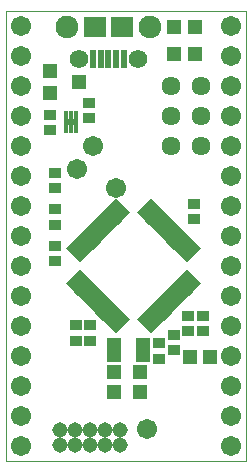
<source format=gts>
G75*
%MOIN*%
%OFA0B0*%
%FSLAX25Y25*%
%IPPOS*%
%LPD*%
%AMOC8*
5,1,8,0,0,1.08239X$1,22.5*
%
%ADD10C,0.00000*%
%ADD11R,0.01981X0.06706*%
%ADD12R,0.06706X0.01981*%
%ADD13R,0.05131X0.04737*%
%ADD14R,0.04343X0.03556*%
%ADD15R,0.02375X0.06115*%
%ADD16C,0.06146*%
%ADD17R,0.07690X0.06902*%
%ADD18C,0.07591*%
%ADD19C,0.05162*%
%ADD20C,0.06343*%
%ADD21C,0.06737*%
%ADD22R,0.05131X0.08280*%
%ADD23R,0.04737X0.05131*%
%ADD24R,0.04737X0.04737*%
%ADD25R,0.01509X0.02572*%
%ADD26R,0.04501X0.01981*%
D10*
X0005100Y0005400D02*
X0005100Y0155361D01*
X0085000Y0155361D01*
X0085100Y0005400D01*
X0005100Y0005400D01*
D11*
G36*
X0031183Y0072906D02*
X0029783Y0071506D01*
X0025043Y0076246D01*
X0026443Y0077646D01*
X0031183Y0072906D01*
G37*
G36*
X0032575Y0074298D02*
X0031175Y0072898D01*
X0026435Y0077638D01*
X0027835Y0079038D01*
X0032575Y0074298D01*
G37*
G36*
X0033967Y0075690D02*
X0032567Y0074290D01*
X0027827Y0079030D01*
X0029227Y0080430D01*
X0033967Y0075690D01*
G37*
G36*
X0035359Y0077082D02*
X0033959Y0075682D01*
X0029219Y0080422D01*
X0030619Y0081822D01*
X0035359Y0077082D01*
G37*
G36*
X0036751Y0078474D02*
X0035351Y0077074D01*
X0030611Y0081814D01*
X0032011Y0083214D01*
X0036751Y0078474D01*
G37*
G36*
X0038143Y0079866D02*
X0036743Y0078466D01*
X0032003Y0083206D01*
X0033403Y0084606D01*
X0038143Y0079866D01*
G37*
G36*
X0039534Y0081257D02*
X0038134Y0079857D01*
X0033394Y0084597D01*
X0034794Y0085997D01*
X0039534Y0081257D01*
G37*
G36*
X0040926Y0082649D02*
X0039526Y0081249D01*
X0034786Y0085989D01*
X0036186Y0087389D01*
X0040926Y0082649D01*
G37*
G36*
X0042318Y0084041D02*
X0040918Y0082641D01*
X0036178Y0087381D01*
X0037578Y0088781D01*
X0042318Y0084041D01*
G37*
G36*
X0043710Y0085433D02*
X0042310Y0084033D01*
X0037570Y0088773D01*
X0038970Y0090173D01*
X0043710Y0085433D01*
G37*
G36*
X0045102Y0086825D02*
X0043702Y0085425D01*
X0038962Y0090165D01*
X0040362Y0091565D01*
X0045102Y0086825D01*
G37*
G36*
X0046494Y0088217D02*
X0045094Y0086817D01*
X0040354Y0091557D01*
X0041754Y0092957D01*
X0046494Y0088217D01*
G37*
G36*
X0064589Y0058986D02*
X0063189Y0057586D01*
X0058449Y0062326D01*
X0059849Y0063726D01*
X0064589Y0058986D01*
G37*
G36*
X0065981Y0060378D02*
X0064581Y0058978D01*
X0059841Y0063718D01*
X0061241Y0065118D01*
X0065981Y0060378D01*
G37*
G36*
X0067373Y0061770D02*
X0065973Y0060370D01*
X0061233Y0065110D01*
X0062633Y0066510D01*
X0067373Y0061770D01*
G37*
G36*
X0068765Y0063162D02*
X0067365Y0061762D01*
X0062625Y0066502D01*
X0064025Y0067902D01*
X0068765Y0063162D01*
G37*
G36*
X0070157Y0064554D02*
X0068757Y0063154D01*
X0064017Y0067894D01*
X0065417Y0069294D01*
X0070157Y0064554D01*
G37*
G36*
X0063197Y0057594D02*
X0061797Y0056194D01*
X0057057Y0060934D01*
X0058457Y0062334D01*
X0063197Y0057594D01*
G37*
G36*
X0061806Y0056203D02*
X0060406Y0054803D01*
X0055666Y0059543D01*
X0057066Y0060943D01*
X0061806Y0056203D01*
G37*
G36*
X0060414Y0054811D02*
X0059014Y0053411D01*
X0054274Y0058151D01*
X0055674Y0059551D01*
X0060414Y0054811D01*
G37*
G36*
X0059022Y0053419D02*
X0057622Y0052019D01*
X0052882Y0056759D01*
X0054282Y0058159D01*
X0059022Y0053419D01*
G37*
G36*
X0057630Y0052027D02*
X0056230Y0050627D01*
X0051490Y0055367D01*
X0052890Y0056767D01*
X0057630Y0052027D01*
G37*
G36*
X0056238Y0050635D02*
X0054838Y0049235D01*
X0050098Y0053975D01*
X0051498Y0055375D01*
X0056238Y0050635D01*
G37*
G36*
X0054846Y0049243D02*
X0053446Y0047843D01*
X0048706Y0052583D01*
X0050106Y0053983D01*
X0054846Y0049243D01*
G37*
D12*
G36*
X0046494Y0052583D02*
X0041754Y0047843D01*
X0040354Y0049243D01*
X0045094Y0053983D01*
X0046494Y0052583D01*
G37*
G36*
X0045102Y0053975D02*
X0040362Y0049235D01*
X0038962Y0050635D01*
X0043702Y0055375D01*
X0045102Y0053975D01*
G37*
G36*
X0043710Y0055367D02*
X0038970Y0050627D01*
X0037570Y0052027D01*
X0042310Y0056767D01*
X0043710Y0055367D01*
G37*
G36*
X0042318Y0056759D02*
X0037578Y0052019D01*
X0036178Y0053419D01*
X0040918Y0058159D01*
X0042318Y0056759D01*
G37*
G36*
X0040926Y0058151D02*
X0036186Y0053411D01*
X0034786Y0054811D01*
X0039526Y0059551D01*
X0040926Y0058151D01*
G37*
G36*
X0039534Y0059543D02*
X0034794Y0054803D01*
X0033394Y0056203D01*
X0038134Y0060943D01*
X0039534Y0059543D01*
G37*
G36*
X0038143Y0060934D02*
X0033403Y0056194D01*
X0032003Y0057594D01*
X0036743Y0062334D01*
X0038143Y0060934D01*
G37*
G36*
X0036751Y0062326D02*
X0032011Y0057586D01*
X0030611Y0058986D01*
X0035351Y0063726D01*
X0036751Y0062326D01*
G37*
G36*
X0035359Y0063718D02*
X0030619Y0058978D01*
X0029219Y0060378D01*
X0033959Y0065118D01*
X0035359Y0063718D01*
G37*
G36*
X0033967Y0065110D02*
X0029227Y0060370D01*
X0027827Y0061770D01*
X0032567Y0066510D01*
X0033967Y0065110D01*
G37*
G36*
X0032575Y0066502D02*
X0027835Y0061762D01*
X0026435Y0063162D01*
X0031175Y0067902D01*
X0032575Y0066502D01*
G37*
G36*
X0031183Y0067894D02*
X0026443Y0063154D01*
X0025043Y0064554D01*
X0029783Y0069294D01*
X0031183Y0067894D01*
G37*
G36*
X0054846Y0091557D02*
X0050106Y0086817D01*
X0048706Y0088217D01*
X0053446Y0092957D01*
X0054846Y0091557D01*
G37*
G36*
X0056238Y0090165D02*
X0051498Y0085425D01*
X0050098Y0086825D01*
X0054838Y0091565D01*
X0056238Y0090165D01*
G37*
G36*
X0057630Y0088773D02*
X0052890Y0084033D01*
X0051490Y0085433D01*
X0056230Y0090173D01*
X0057630Y0088773D01*
G37*
G36*
X0059022Y0087381D02*
X0054282Y0082641D01*
X0052882Y0084041D01*
X0057622Y0088781D01*
X0059022Y0087381D01*
G37*
G36*
X0060414Y0085989D02*
X0055674Y0081249D01*
X0054274Y0082649D01*
X0059014Y0087389D01*
X0060414Y0085989D01*
G37*
G36*
X0061806Y0084597D02*
X0057066Y0079857D01*
X0055666Y0081257D01*
X0060406Y0085997D01*
X0061806Y0084597D01*
G37*
G36*
X0063197Y0083206D02*
X0058457Y0078466D01*
X0057057Y0079866D01*
X0061797Y0084606D01*
X0063197Y0083206D01*
G37*
G36*
X0064589Y0081814D02*
X0059849Y0077074D01*
X0058449Y0078474D01*
X0063189Y0083214D01*
X0064589Y0081814D01*
G37*
G36*
X0065981Y0080422D02*
X0061241Y0075682D01*
X0059841Y0077082D01*
X0064581Y0081822D01*
X0065981Y0080422D01*
G37*
G36*
X0067373Y0079030D02*
X0062633Y0074290D01*
X0061233Y0075690D01*
X0065973Y0080430D01*
X0067373Y0079030D01*
G37*
G36*
X0068765Y0077638D02*
X0064025Y0072898D01*
X0062625Y0074298D01*
X0067365Y0079038D01*
X0068765Y0077638D01*
G37*
G36*
X0070157Y0076246D02*
X0065417Y0071506D01*
X0064017Y0072906D01*
X0068757Y0077646D01*
X0070157Y0076246D01*
G37*
D13*
X0073146Y0040100D03*
X0066454Y0040100D03*
X0067946Y0141000D03*
X0067946Y0150000D03*
X0061254Y0150000D03*
X0061254Y0141000D03*
D14*
X0067800Y0091059D03*
X0067800Y0085941D03*
X0065900Y0053659D03*
X0065900Y0048541D03*
X0061017Y0047290D03*
X0061017Y0042172D03*
X0056141Y0044593D03*
X0056141Y0039475D03*
X0070700Y0048541D03*
X0070700Y0053659D03*
X0033200Y0050559D03*
X0033200Y0045441D03*
X0028500Y0045441D03*
X0028500Y0050559D03*
X0021500Y0071841D03*
X0021500Y0076959D03*
X0021500Y0084041D03*
X0021500Y0089159D03*
X0021500Y0096241D03*
X0021500Y0101359D03*
X0019850Y0115591D03*
X0019850Y0120709D03*
X0032850Y0119591D03*
X0032850Y0124709D03*
D15*
X0034082Y0139370D03*
X0036641Y0139370D03*
X0039200Y0139370D03*
X0041759Y0139370D03*
X0044318Y0139370D03*
D16*
X0049043Y0139370D03*
X0029357Y0139370D03*
D17*
X0034771Y0150000D03*
X0043629Y0150000D03*
D18*
X0052980Y0150000D03*
X0025420Y0150000D03*
D19*
X0023200Y0015700D03*
X0023200Y0010700D03*
X0028200Y0010700D03*
X0028200Y0015700D03*
X0033200Y0015700D03*
X0033200Y0010700D03*
X0038200Y0010700D03*
X0038200Y0015700D03*
X0043200Y0015700D03*
X0043200Y0010700D03*
D20*
X0060100Y0110400D03*
X0060100Y0120400D03*
X0060100Y0130400D03*
X0070100Y0130400D03*
X0070100Y0120400D03*
X0070100Y0110400D03*
D21*
X0080100Y0110400D03*
X0080100Y0100400D03*
X0080100Y0090400D03*
X0080100Y0080400D03*
X0080100Y0070400D03*
X0080100Y0060400D03*
X0080100Y0050400D03*
X0080100Y0040400D03*
X0080100Y0030400D03*
X0080100Y0020400D03*
X0080100Y0010400D03*
X0052100Y0015900D03*
X0010100Y0020400D03*
X0010100Y0010400D03*
X0010100Y0030400D03*
X0010100Y0040400D03*
X0010100Y0050400D03*
X0010100Y0060400D03*
X0010100Y0070400D03*
X0010100Y0080400D03*
X0010100Y0090400D03*
X0010100Y0100400D03*
X0010100Y0110400D03*
X0010100Y0120400D03*
X0010100Y0130400D03*
X0010100Y0140400D03*
X0010100Y0150400D03*
X0034100Y0110150D03*
X0028850Y0102650D03*
X0041850Y0096400D03*
X0080100Y0120400D03*
X0080100Y0130400D03*
X0080100Y0140400D03*
X0080100Y0150400D03*
D22*
X0050821Y0042300D03*
X0040979Y0042300D03*
D23*
X0041100Y0034846D03*
X0041100Y0028154D03*
X0049900Y0028154D03*
X0049900Y0034846D03*
D24*
X0019901Y0127910D03*
X0019901Y0135390D03*
X0029350Y0131650D03*
D25*
X0028350Y0120636D03*
X0026775Y0120636D03*
X0025200Y0120636D03*
X0025200Y0116109D03*
X0026775Y0116109D03*
X0028350Y0116109D03*
D26*
X0026775Y0118372D03*
M02*

</source>
